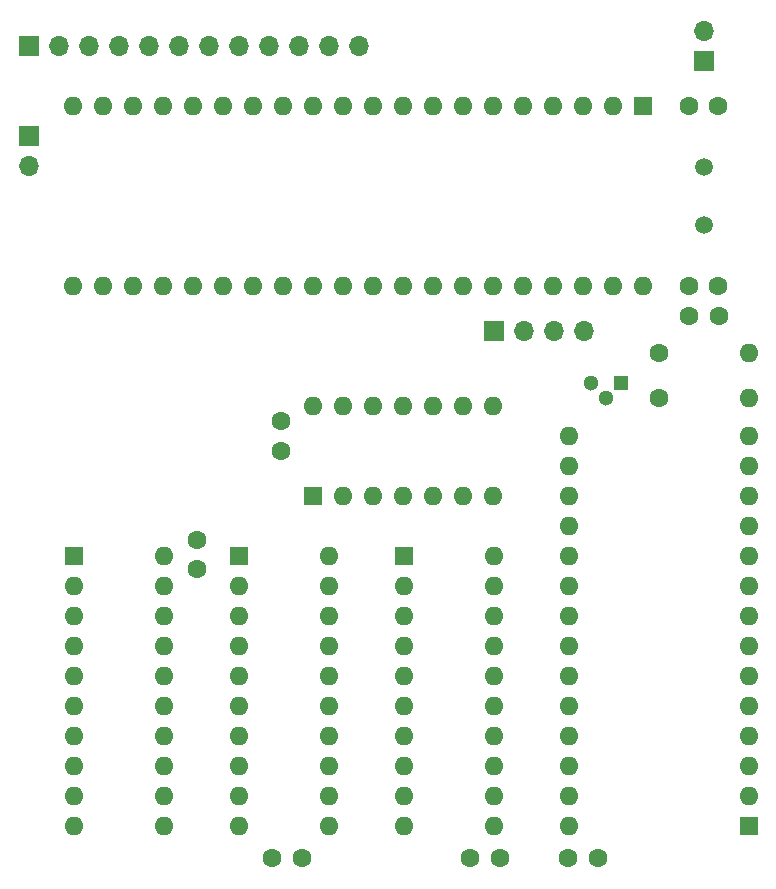
<source format=gbr>
%TF.GenerationSoftware,KiCad,Pcbnew,(6.0.4)*%
%TF.CreationDate,2022-06-25T19:27:49+02:00*%
%TF.ProjectId,TMS9918,544d5339-3931-4382-9e6b-696361645f70,1.2*%
%TF.SameCoordinates,Original*%
%TF.FileFunction,Soldermask,Top*%
%TF.FilePolarity,Negative*%
%FSLAX46Y46*%
G04 Gerber Fmt 4.6, Leading zero omitted, Abs format (unit mm)*
G04 Created by KiCad (PCBNEW (6.0.4)) date 2022-06-25 19:27:49*
%MOMM*%
%LPD*%
G01*
G04 APERTURE LIST*
%ADD10C,1.600000*%
%ADD11R,1.700000X1.700000*%
%ADD12O,1.700000X1.700000*%
%ADD13R,1.600000X1.600000*%
%ADD14O,1.600000X1.600000*%
%ADD15C,1.500000*%
%ADD16R,1.300000X1.300000*%
%ADD17C,1.300000*%
G04 APERTURE END LIST*
D10*
%TO.C,C8*%
X106680000Y-83820000D03*
X109180000Y-83820000D03*
%TD*%
D11*
%TO.C,J4*%
X90180000Y-87630000D03*
D12*
X92720000Y-87630000D03*
X95260000Y-87630000D03*
X97800000Y-87630000D03*
%TD*%
D13*
%TO.C,U2*%
X111765000Y-129540000D03*
D14*
X111765000Y-127000000D03*
X111765000Y-124460000D03*
X111765000Y-121920000D03*
X111765000Y-119380000D03*
X111765000Y-116840000D03*
X111765000Y-114300000D03*
X111765000Y-111760000D03*
X111765000Y-109220000D03*
X111765000Y-106680000D03*
X111765000Y-104140000D03*
X111765000Y-101600000D03*
X111765000Y-99060000D03*
X111765000Y-96520000D03*
X96525000Y-96520000D03*
X96525000Y-99060000D03*
X96525000Y-101600000D03*
X96525000Y-104140000D03*
X96525000Y-106680000D03*
X96525000Y-109220000D03*
X96525000Y-111760000D03*
X96525000Y-114300000D03*
X96525000Y-116840000D03*
X96525000Y-119380000D03*
X96525000Y-121920000D03*
X96525000Y-124460000D03*
X96525000Y-127000000D03*
X96525000Y-129540000D03*
%TD*%
D13*
%TO.C,U1*%
X102865000Y-68575000D03*
D14*
X100325000Y-68575000D03*
X97785000Y-68575000D03*
X95245000Y-68575000D03*
X92705000Y-68575000D03*
X90165000Y-68575000D03*
X87625000Y-68575000D03*
X85085000Y-68575000D03*
X82545000Y-68575000D03*
X80005000Y-68575000D03*
X77465000Y-68575000D03*
X74925000Y-68575000D03*
X72385000Y-68575000D03*
X69845000Y-68575000D03*
X67305000Y-68575000D03*
X64765000Y-68575000D03*
X62225000Y-68575000D03*
X59685000Y-68575000D03*
X57145000Y-68575000D03*
X54605000Y-68575000D03*
X54605000Y-83815000D03*
X57145000Y-83815000D03*
X59685000Y-83815000D03*
X62225000Y-83815000D03*
X64765000Y-83815000D03*
X67305000Y-83815000D03*
X69845000Y-83815000D03*
X72385000Y-83815000D03*
X74925000Y-83815000D03*
X77465000Y-83815000D03*
X80005000Y-83815000D03*
X82545000Y-83815000D03*
X85085000Y-83815000D03*
X87625000Y-83815000D03*
X90165000Y-83815000D03*
X92705000Y-83815000D03*
X95245000Y-83815000D03*
X97785000Y-83815000D03*
X100325000Y-83815000D03*
X102865000Y-83815000D03*
%TD*%
D15*
%TO.C,Y1*%
X107950000Y-73750000D03*
X107950000Y-78630000D03*
%TD*%
D13*
%TO.C,U6*%
X74925000Y-101590000D03*
D14*
X77465000Y-101590000D03*
X80005000Y-101590000D03*
X82545000Y-101590000D03*
X85085000Y-101590000D03*
X87625000Y-101590000D03*
X90165000Y-101590000D03*
X90165000Y-93970000D03*
X87625000Y-93970000D03*
X85085000Y-93970000D03*
X82545000Y-93970000D03*
X80005000Y-93970000D03*
X77465000Y-93970000D03*
X74925000Y-93970000D03*
%TD*%
D10*
%TO.C,C6*%
X72207656Y-95259986D03*
X72207656Y-97759986D03*
%TD*%
%TO.C,C7*%
X106680000Y-68580000D03*
X109180000Y-68580000D03*
%TD*%
%TO.C,C2*%
X98990857Y-132239550D03*
X96490857Y-132239550D03*
%TD*%
%TO.C,C4*%
X73939918Y-132281552D03*
X71439918Y-132281552D03*
%TD*%
D11*
%TO.C,J2*%
X107950000Y-64770000D03*
D12*
X107950000Y-62230000D03*
%TD*%
D13*
%TO.C,U5*%
X82560000Y-106685000D03*
D14*
X82560000Y-109225000D03*
X82560000Y-111765000D03*
X82560000Y-114305000D03*
X82560000Y-116845000D03*
X82560000Y-119385000D03*
X82560000Y-121925000D03*
X82560000Y-124465000D03*
X82560000Y-127005000D03*
X82560000Y-129545000D03*
X90180000Y-129545000D03*
X90180000Y-127005000D03*
X90180000Y-124465000D03*
X90180000Y-121925000D03*
X90180000Y-119385000D03*
X90180000Y-116845000D03*
X90180000Y-114305000D03*
X90180000Y-111765000D03*
X90180000Y-109225000D03*
X90180000Y-106685000D03*
%TD*%
D10*
%TO.C,C3*%
X65023254Y-107794320D03*
X65023254Y-105294320D03*
%TD*%
D16*
%TO.C,Q1*%
X100965000Y-92075000D03*
D17*
X99695000Y-93345000D03*
X98425000Y-92075000D03*
%TD*%
D10*
%TO.C,R1*%
X104140000Y-93269546D03*
D14*
X111760000Y-93269546D03*
%TD*%
D10*
%TO.C,R3*%
X104140000Y-89535000D03*
D14*
X111760000Y-89535000D03*
%TD*%
D10*
%TO.C,C1*%
X106720000Y-86360000D03*
X109220000Y-86360000D03*
%TD*%
%TO.C,C5*%
X90685822Y-132243134D03*
X88185822Y-132243134D03*
%TD*%
D13*
%TO.C,U4*%
X68590000Y-106685000D03*
D14*
X68590000Y-109225000D03*
X68590000Y-111765000D03*
X68590000Y-114305000D03*
X68590000Y-116845000D03*
X68590000Y-119385000D03*
X68590000Y-121925000D03*
X68590000Y-124465000D03*
X68590000Y-127005000D03*
X68590000Y-129545000D03*
X76210000Y-129545000D03*
X76210000Y-127005000D03*
X76210000Y-124465000D03*
X76210000Y-121925000D03*
X76210000Y-119385000D03*
X76210000Y-116845000D03*
X76210000Y-114305000D03*
X76210000Y-111765000D03*
X76210000Y-109225000D03*
X76210000Y-106685000D03*
%TD*%
D13*
%TO.C,U3*%
X54620000Y-106685000D03*
D14*
X54620000Y-109225000D03*
X54620000Y-111765000D03*
X54620000Y-114305000D03*
X54620000Y-116845000D03*
X54620000Y-119385000D03*
X54620000Y-121925000D03*
X54620000Y-124465000D03*
X54620000Y-127005000D03*
X54620000Y-129545000D03*
X62240000Y-129545000D03*
X62240000Y-127005000D03*
X62240000Y-124465000D03*
X62240000Y-121925000D03*
X62240000Y-119385000D03*
X62240000Y-116845000D03*
X62240000Y-114305000D03*
X62240000Y-111765000D03*
X62240000Y-109225000D03*
X62240000Y-106685000D03*
%TD*%
D11*
%TO.C,J3*%
X50800000Y-71120000D03*
D12*
X50800000Y-73660000D03*
%TD*%
D11*
%TO.C,J1*%
X50805000Y-63500000D03*
D12*
X53345000Y-63500000D03*
X55885000Y-63500000D03*
X58425000Y-63500000D03*
X60965000Y-63500000D03*
X63505000Y-63500000D03*
X66045000Y-63500000D03*
X68585000Y-63500000D03*
X71125000Y-63500000D03*
X73665000Y-63500000D03*
X76205000Y-63500000D03*
X78745000Y-63500000D03*
%TD*%
M02*

</source>
